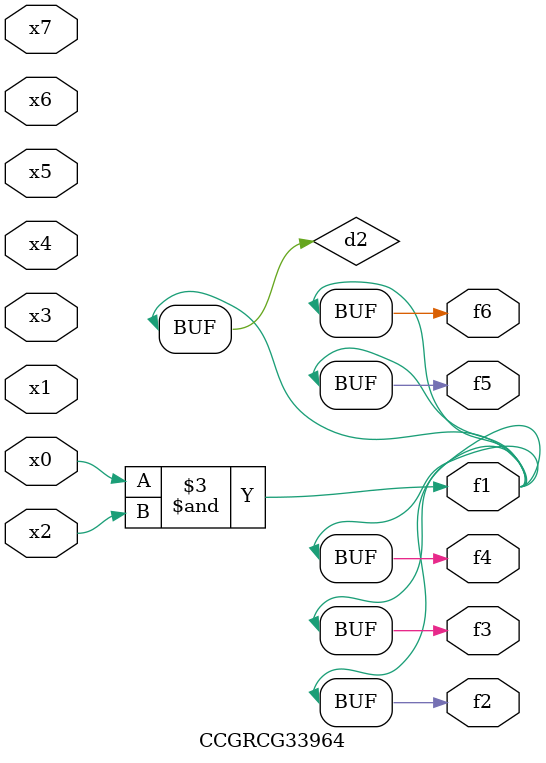
<source format=v>
module CCGRCG33964(
	input x0, x1, x2, x3, x4, x5, x6, x7,
	output f1, f2, f3, f4, f5, f6
);

	wire d1, d2;

	nor (d1, x3, x6);
	and (d2, x0, x2);
	assign f1 = d2;
	assign f2 = d2;
	assign f3 = d2;
	assign f4 = d2;
	assign f5 = d2;
	assign f6 = d2;
endmodule

</source>
